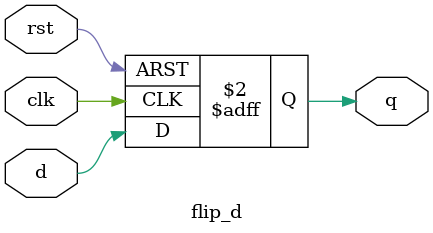
<source format=v>
module flip_d (
    clk, d, rst, q
);
    input clk, d, rst;
    output reg q;

    always @(posedge clk, posedge rst) begin
        if (rst) begin
            q <= 0;
        end else begin
            q <= d;
        end
    end
endmodule
</source>
